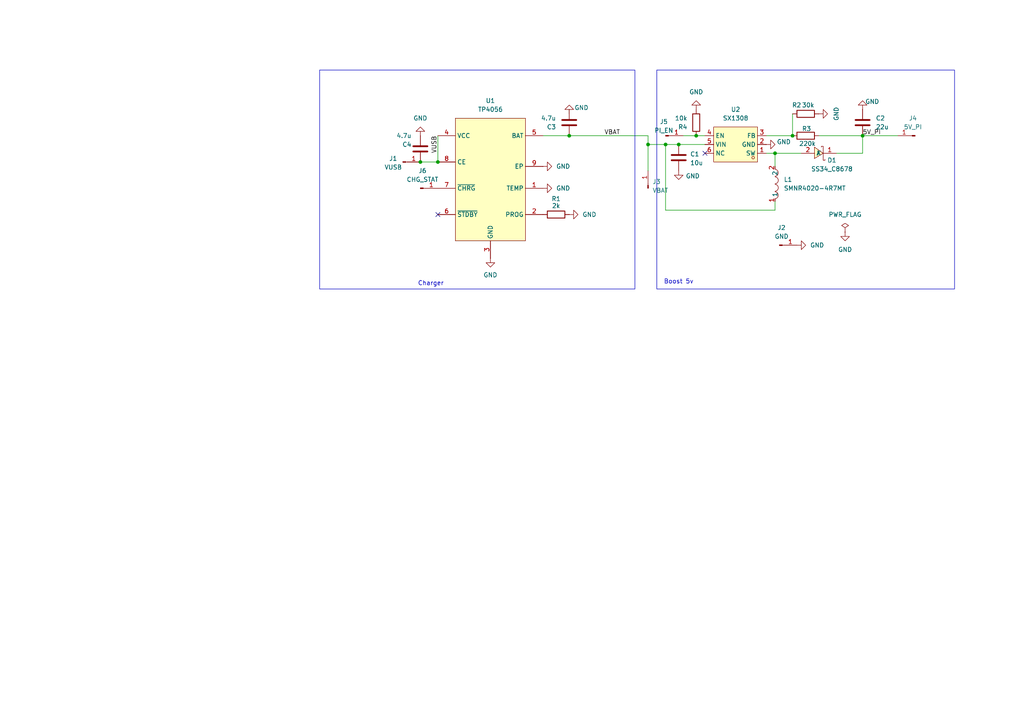
<source format=kicad_sch>
(kicad_sch (version 20250114) (generator "eeschema") (generator_version "9.0")
  (paper "A4")
  (title_block (title "NumWorks-pi-adapter") (company "MARTIN"))
  (lib_symbols
    (symbol "Library_nwpi:C" (pin_numbers (hide yes)) (pin_names (offset 0.254))
      (property "Reference" "C" (at 0.635 2.54 0))
      (property "Value" "C" (at 0.635 -2.54 0))
      (symbol "C_0_1"
        (polyline (pts (xy -2.032 0.762) (xy 2.032 0.762)) (stroke (width 0.508)))
        (polyline (pts (xy -2.032 -0.762) (xy 2.032 -0.762)) (stroke (width 0.508)))
      )
      (symbol "C_1_1"
        (pin passive line (at 0 3.81 270) (length 2.794) (name "~") (number "1"))
        (pin passive line (at 0 -3.81 90) (length 2.794) (name "~") (number "2"))
      )
    )
    (symbol "Library_nwpi:Conn_01x01_Pin" (pin_names (offset 1.016) (hide yes))
      (property "Reference" "J" (at 0 2.54 0))
      (property "Value" "Conn_01x01_Pin" (at 0 -2.54 0))
      (symbol "Conn_01x01_Pin_1_1"
        (rectangle (start 0.8636 0.127) (end 0 -0.127) (stroke (width 0.1524)) (fill (type outline)))
        (polyline (pts (xy 1.27 0) (xy 0.8636 0)) (stroke (width 0.1524)))
        (pin passive line (at 5.08 0 180) (length 3.81) (name "Pin_1") (number "1"))
      )
    )
    (symbol "Library_nwpi:GND" (power) (pin_numbers (hide yes)) (pin_names (offset 0) (hide yes))
      (property "Value" "GND" (at 0 -3.81 0))
      (symbol "GND_0_1"
        (polyline (pts (xy 0 0) (xy 0 -1.27) (xy 1.27 -1.27) (xy 0 -2.54) (xy -1.27 -1.27) (xy 0 -1.27)))
      )
      (symbol "GND_1_1"
        (pin power_in line (at 0 0 270) (length 0) (name "~") (number "1"))
      )
    )
    (symbol "Library_nwpi:PWR_FLAG" (power) (pin_numbers (hide yes)) (pin_names (offset 0) (hide yes))
      (property "Value" "PWR_FLAG" (at 0 3.81 0))
      (symbol "PWR_FLAG_0_0"
        (pin power_out line (at 0 0 90) (length 0) (name "~") (number "1"))
      )
      (symbol "PWR_FLAG_0_1"
        (polyline (pts (xy 0 0) (xy 0 1.27) (xy -1.016 1.905) (xy 0 2.54) (xy 1.016 1.905) (xy 0 1.27)))
      )
    )
    (symbol "Library_nwpi:R" (pin_numbers (hide yes)) (pin_names (offset 0))
      (property "Reference" "R" (at 2.032 0 90))
      (property "Value" "R" (at 0 0 90))
      (symbol "R_0_1"
        (rectangle (start -1.016 -2.54) (end 1.016 2.54) (stroke (width 0.254)))
      )
      (symbol "R_1_1"
        (pin passive line (at 0 3.81 270) (length 1.27) (name "~") (number "1"))
        (pin passive line (at 0 -3.81 90) (length 1.27) (name "~") (number "2"))
      )
    )
    (symbol "Library_nwpi:SMNR4020-4R7MT"
      (property "Reference" "L" (at 0 5.08 0))
      (property "Value" "SMNR4020-4R7MT" (at 0 -5.08 0))
      (symbol "SMNR4020-4R7MT_0_1"
        (arc (start -2.27 -0.02) (mid -3.28 -0.9427) (end -4.29 -0.02))
        (arc (start -0.11 -0.02) (mid -1.12 -0.9471) (end -2.13 -0.02))
        (arc (start 2.04 -0.02) (mid 1.03 -0.9471) (end 0.02 -0.02))
        (arc (start 4.23 -0.02) (mid 3.22 -0.9471) (end 2.21 -0.02))
        (pin unspecified line (at -5.08 0 0) (length 0.762) (name "1") (number "1"))
        (pin unspecified line (at 5.08 0 180) (length 0.762) (name "2") (number "2"))
      )
    )
    (symbol "Library_nwpi:SS34_C8678"
      (property "Reference" "D" (at 0 5.08 0))
      (property "Value" "SS34_C8678" (at 0 -5.08 0))
      (symbol "SS34_C8678_0_1"
        (polyline (pts (xy -1.27 0) (xy -1.27 2.03) (xy -1.78 2.03) (xy -1.78 1.78)))
        (polyline (pts (xy -1.27 0) (xy -1.27 -2.03) (xy -0.76 -2.03) (xy -0.76 -1.78)))
        (polyline (pts (xy 1.27 1.52) (xy -1.27 0) (xy 1.27 -1.78) (xy 1.27 1.52)) (fill (type background)))
        (pin unspecified line (at -5.08 0 0) (length 3.81) (name "K") (number "1"))
        (pin unspecified line (at 5.08 0 180) (length 3.81) (name "A") (number "2"))
      )
    )
    (symbol "Library_nwpi:SX1308"
      (property "Reference" "U" (at 0 7.62 0))
      (property "Value" "SX1308" (at 0 -7.62 0))
      (symbol "SX1308_0_1"
        (rectangle (start -6.35 5.08) (end 6.35 -5.08) (fill (type background)))
        (circle (center -5.08 3.81) (radius 0.38))
        (pin unspecified line (at -8.89 2.54 0) (length 2.54) (name "SW") (number "1"))
        (pin unspecified line (at -8.89 0 0) (length 2.54) (name "GND") (number "2"))
        (pin unspecified line (at -8.89 -2.54 0) (length 2.54) (name "FB") (number "3"))
        (pin unspecified line (at 8.89 2.54 180) (length 2.54) (name "NC") (number "6"))
        (pin unspecified line (at 8.89 0 180) (length 2.54) (name "VIN") (number "5"))
        (pin unspecified line (at 8.89 -2.54 180) (length 2.54) (name "EN") (number "4"))
      )
    )
    (symbol "Library_nwpi:TP4056"
      (property "Reference" "U" (at 0 20.32 0))
      (property "Value" "TP4056" (at 0 -25.4 0))
      (symbol "TP4056_0_1"
        (rectangle (start -10.16 20.32) (end 10.16 -15.24) (fill (type background)))
        (pin unspecified line (at -15.24 15.24 0) (length 5.08) (name "VCC") (number "4"))
        (pin unspecified line (at -15.24 7.62 0) (length 5.08) (name "CE") (number "8"))
        (pin unspecified line (at -15.24 0 0) (length 5.08) (name "~{CHRG}") (number "7"))
        (pin unspecified line (at -15.24 -7.62 0) (length 5.08) (name "~{STDBY}") (number "6"))
        (pin unspecified line (at 0 -20.32 90) (length 5.08) (name "GND") (number "3"))
        (pin unspecified line (at 15.24 15.24 180) (length 5.08) (name "BAT") (number "5"))
        (pin unspecified line (at 15.24 6.35 180) (length 5.08) (name "EP") (number "9"))
        (pin unspecified line (at 15.24 0 180) (length 5.08) (name "TEMP") (number "1"))
        (pin unspecified line (at 15.24 -7.62 180) (length 5.08) (name "PROG") (number "2"))
      )
    )
  )
  (rectangle (start 92.71 20.32) (end 184.15 83.82))
  (rectangle (start 190.5 20.32) (end 276.86 83.82))
  (text "Charger" (at 124.968 82.296 0) (effects (font (size 1.27 1.27))))
  (text "Boost 5v" (at 196.85 81.788 0) (effects (font (size 1.27 1.27))))
  (junction (at 187.96 41.91))
  (junction (at 121.92 46.99))
  (junction (at 196.85 41.91))
  (junction (at 224.79 44.45))
  (junction (at 201.93 39.37))
  (junction (at 250.19 39.37))
  (junction (at 229.87 39.37))
  (junction (at 165.1 39.37))
  (junction (at 127 46.99))
  (junction (at 193.04 41.91))
  (no_connect (at 204.47 44.45))
  (no_connect (at 127 62.23))
  (wire (pts (xy 196.85 41.91) (xy 204.47 41.91)))
  (wire (pts (xy 157.48 39.37) (xy 165.1 39.37)))
  (wire (pts (xy 224.79 44.45) (xy 224.79 48.26)))
  (wire (pts (xy 165.1 31.75) (xy 165.1 33.02)))
  (wire (pts (xy 193.04 60.96) (xy 224.79 60.96)))
  (wire (pts (xy 224.79 58.42) (xy 224.79 60.96)))
  (wire (pts (xy 121.92 46.99) (xy 127 46.99)))
  (wire (pts (xy 250.19 44.45) (xy 250.19 39.37)))
  (wire (pts (xy 201.93 39.37) (xy 204.47 39.37)))
  (wire (pts (xy 165.1 39.37) (xy 187.96 39.37)))
  (wire (pts (xy 187.96 41.91) (xy 193.04 41.91)))
  (wire (pts (xy 193.04 41.91) (xy 193.04 60.96)))
  (wire (pts (xy 224.79 44.45) (xy 232.41 44.45)))
  (wire (pts (xy 193.04 41.91) (xy 196.85 41.91)))
  (wire (pts (xy 242.57 44.45) (xy 250.19 44.45)))
  (wire (pts (xy 229.87 33.02) (xy 229.87 39.37)))
  (wire (pts (xy 250.19 39.37) (xy 260.35 39.37)))
  (wire (pts (xy 187.96 39.37) (xy 187.96 41.91)))
  (wire (pts (xy 198.12 39.37) (xy 201.93 39.37)))
  (wire (pts (xy 237.49 39.37) (xy 250.19 39.37)))
  (wire (pts (xy 127 39.37) (xy 127 46.99)))
  (wire (pts (xy 187.96 49.53) (xy 187.96 41.91)))
  (wire (pts (xy 222.25 39.37) (xy 229.87 39.37)))
  (wire (pts (xy 222.25 44.45) (xy 224.79 44.45)))
  (label "5V_PI" (at 250.19 39.37 0))
  (label "VUSB" (at 127 44.45 90))
  (label "VBAT" (at 175.26 39.37 0))
  (symbol (lib_id "Library_nwpi:GND") (at 165.1 33.02 180) (unit 1)
    (property "Reference" "#PWR011" (effects (hide yes)))
    (property "Value" "GND" (at 168.656 31.242 0))
    (property "Description" "Power symbol creates a global label with name \"GND\" , ground" (effects (hide yes)))
  )
  (symbol (lib_id "Library_nwpi:GND") (at 250.19 31.75 180) (unit 1)
    (property "Reference" "#PWR08" (effects (hide yes)))
    (property "Value" "GND" (at 252.984 29.464 0))
    (property "Description" "Power symbol creates a global label with name \"GND\" , ground" (effects (hide yes)))
  )
  (symbol (lib_id "Library_nwpi:GND") (at 237.49 33.02 90) (unit 1)
    (property "Reference" "#PWR014" (effects (hide yes)))
    (property "Value" "GND" (at 242.57 33.02 0))
    (property "Description" "Power symbol creates a global label with name \"GND\" , ground" (effects (hide yes)))
  )
  (symbol (lib_id "Library_nwpi:SS34_C8678") (at 237.49 44.45 180) (unit 1)
    (property "Reference" "D1" (at 241.3 46.482 0))
    (property "Value" "SS34_C8678" (at 241.3 49.022 0))
    (property "Footprint" "nwpi:SMA_L4.3-W2.6-LS5.2-RD" (effects (hide yes)))
    (property "Datasheet" "https://lcsc.com/product-detail/Schottky-Barrier-Diodes-SBD_SS34_C8678.html" (effects (hide yes)))
    (property "LCSC Part" "C8678" (effects (hide yes)))
  )
  (symbol (lib_id "Library_nwpi:R") (at 161.29 62.23 90) (unit 1)
    (property "Reference" "R1" (at 161.29 57.658 90))
    (property "Value" "2k" (at 161.29 59.69 90))
    (property "Footprint" "Resistor_SMD:R_0402_1005Metric" (effects (hide yes)))
    (property "Description" "Resistor" (effects (hide yes)))
  )
  (symbol (lib_id "Library_nwpi:GND") (at 157.48 48.26 90) (unit 1)
    (property "Reference" "#PWR01" (effects (hide yes)))
    (property "Value" "GND" (at 161.29 48.2599 90) (effects (justify right)))
    (property "Description" "Power symbol creates a global label with name \"GND\" , ground" (effects (hide yes)))
  )
  (symbol (lib_id "Library_nwpi:GND") (at 196.85 49.53 0) (unit 1)
    (property "Reference" "#PWR05" (effects (hide yes)))
    (property "Value" "GND" (at 198.882 51.054 0) (effects (justify left)))
    (property "Description" "Power symbol creates a global label with name \"GND\" , ground" (effects (hide yes)))
  )
  (symbol (lib_id "Library_nwpi:R") (at 233.68 39.37 270) (unit 1)
    (property "Reference" "R3" (at 233.934 37.338 90))
    (property "Value" "220k" (at 234.188 41.656 90))
    (property "Footprint" "Resistor_SMD:R_0603_1608Metric" (effects (hide yes)))
    (property "Description" "Resistor" (effects (hide yes)))
  )
  (symbol (lib_id "Library_nwpi:GND") (at 165.1 62.23 90) (unit 1)
    (property "Reference" "#PWR03" (effects (hide yes)))
    (property "Value" "GND" (at 168.91 62.2299 90) (effects (justify right)))
    (property "Description" "Power symbol creates a global label with name \"GND\" , ground" (effects (hide yes)))
  )
  (symbol (lib_id "Library_nwpi:SX1308") (at 213.36 41.91 180) (unit 1)
    (property "Reference" "U2" (at 213.36 31.75 0))
    (property "Value" "SX1308" (at 213.36 34.29 0))
    (property "Footprint" "nwpi:SOT-23-6_L2.9-W1.6-P0.95-LS2.8-BL" (effects (hide yes)))
    (property "Datasheet" "https://lcsc.com/product-detail/DC-DC-Converters_SX1308_C78162.html" (effects (hide yes)))
    (property "LCSC Part" "C78162" (effects (hide yes)))
  )
  (symbol (lib_id "Library_nwpi:SMNR4020-4R7MT") (at 224.79 53.34 90) (unit 1)
    (property "Reference" "L1" (at 227.33 52.0699 90) (effects (justify right)))
    (property "Value" "SMNR4020-4R7MT" (at 227.33 54.6099 90) (effects (justify right)))
    (property "Footprint" "easyeda2kicad:IND-SMD_L4.0-W4.0_SMNR4020" (effects (hide yes)))
    (property "Datasheet" "https://lcsc.com/product-detail/Power-Inductors_SXN-Shun-Xiang-Nuo-Elec-SMNR4020-4R7MT_C467061.html" (effects (hide yes)))
    (property "LCSC Part" "C467061" (effects (hide yes)))
  )
  (symbol (lib_id "Library_nwpi:Conn_01x01_Pin") (at 193.04 39.37 0) (unit 1)
    (property "Reference" "J5" (at 192.532 35.306 0))
    (property "Value" "PI_EN" (at 192.532 37.846 0))
    (property "Footprint" "nwpi:WiredPad_3x2mm" (effects (hide yes)))
    (property "Description" "Generic connector, single row, 01x01, script generated" (effects (hide yes)))
  )
  (symbol (lib_id "Library_nwpi:R") (at 233.68 33.02 90) (unit 1)
    (property "Reference" "R2" (at 232.4099 30.48 90) (effects (justify left)))
    (property "Value" "30k" (at 236.22 30.48 90) (effects (justify left)))
    (property "Footprint" "Resistor_SMD:R_0603_1608Metric" (effects (hide yes)))
    (property "Description" "Resistor" (effects (hide yes)))
  )
  (symbol (lib_id "Library_nwpi:GND") (at 245.11 67.31 0) (unit 1)
    (property "Reference" "#PWR013" (effects (hide yes)))
    (property "Value" "GND" (at 245.11 72.39 0))
    (property "Description" "Power symbol creates a global label with name \"GND\" , ground" (effects (hide yes)))
  )
  (symbol (lib_id "Library_nwpi:R") (at 201.93 35.56 180) (unit 1)
    (property "Reference" "R4" (at 199.39 36.8301 0) (effects (justify left)))
    (property "Value" "10k" (at 199.39 34.2901 0) (effects (justify left)))
    (property "Footprint" "Resistor_SMD:R_0402_1005Metric" (effects (hide yes)))
    (property "Description" "Resistor" (effects (hide yes)))
  )
  (symbol (lib_id "Library_nwpi:GND") (at 201.93 31.75 180) (unit 1)
    (property "Reference" "#PWR012" (effects (hide yes)))
    (property "Value" "GND" (at 201.93 26.67 0))
    (property "Description" "Power symbol creates a global label with name \"GND\" , ground" (effects (hide yes)))
  )
  (symbol (lib_id "Library_nwpi:C") (at 121.92 43.18 180) (unit 1)
    (property "Reference" "C4" (at 119.38 41.91 0) (effects (justify left)))
    (property "Value" "4.7u" (at 119.38 39.37 0) (effects (justify left)))
    (property "Footprint" "Capacitor_SMD:C_0603_1608Metric" (effects (hide yes)))
    (property "Description" "Unpolarized capacitor" (effects (hide yes)))
  )
  (symbol (lib_id "Library_nwpi:Conn_01x01_Pin") (at 121.92 54.61 0) (unit 1)
    (property "Reference" "J6" (at 122.555 49.53 0))
    (property "Value" "CHG_STAT" (at 122.555 52.07 0))
    (property "Footprint" "nwpi:WiredPad_3x2mm" (effects (hide yes)))
    (property "Description" "Generic connector, single row, 01x01, script generated" (effects (hide yes)))
  )
  (symbol (lib_id "Library_nwpi:GND") (at 121.92 39.37 180) (unit 1)
    (property "Reference" "#PWR010" (effects (hide yes)))
    (property "Value" "GND" (at 121.92 34.29 0))
    (property "Description" "Power symbol creates a global label with name \"GND\" , ground" (effects (hide yes)))
  )
  (symbol (lib_id "Library_nwpi:Conn_01x01_Pin") (at 265.43 39.37 180) (unit 1)
    (property "Reference" "J4" (at 264.795 34.29 0))
    (property "Value" "5V_PI" (at 264.795 36.83 0))
    (property "Footprint" "nwpi:WiredPad_3x2mm" (effects (hide yes)))
    (property "Description" "Generic connector, single row, 01x01, script generated" (effects (hide yes)))
  )
  (symbol (lib_id "Library_nwpi:PWR_FLAG") (at 245.11 67.31 0) (unit 1)
    (property "Reference" "#FLG03" (effects (hide yes)))
    (property "Value" "PWR_FLAG" (at 245.11 62.23 0))
    (property "Description" "Special symbol for telling ERC where power comes from" (effects (hide yes)))
  )
  (symbol (lib_id "Library_nwpi:C") (at 250.19 35.56 180) (unit 1)
    (property "Reference" "C2" (at 254 34.2899 0) (effects (justify right)))
    (property "Value" "22u" (at 254 36.8299 0) (effects (justify right)))
    (property "Footprint" "Capacitor_SMD:C_0805_2012Metric" (effects (hide yes)))
    (property "Description" "Unpolarized capacitor" (effects (hide yes)))
  )
  (symbol (lib_id "Library_nwpi:GND") (at 222.25 41.91 90) (unit 1)
    (property "Reference" "#PWR06" (effects (hide yes)))
    (property "Value" "GND" (at 225.298 41.148 90) (effects (justify right)))
    (property "Description" "Power symbol creates a global label with name \"GND\" , ground" (effects (hide yes)))
  )
  (symbol (lib_id "Library_nwpi:GND") (at 231.14 71.12 90) (unit 1)
    (property "Reference" "#PWR09" (effects (hide yes)))
    (property "Value" "GND" (at 234.95 71.1199 90) (effects (justify right)))
    (property "Description" "Power symbol creates a global label with name \"GND\" , ground" (effects (hide yes)))
  )
  (symbol (lib_id "Library_nwpi:GND") (at 157.48 54.61 90) (unit 1)
    (property "Reference" "#PWR04" (effects (hide yes)))
    (property "Value" "GND" (at 161.29 54.6099 90) (effects (justify right)))
    (property "Description" "Power symbol creates a global label with name \"GND\" , ground" (effects (hide yes)))
  )
  (symbol (lib_id "Library_nwpi:C") (at 196.85 45.72 0) (unit 1)
    (property "Reference" "C1" (at 200.152 44.704 0) (effects (justify left)))
    (property "Value" "10u" (at 200.152 47.244 0) (effects (justify left)))
    (property "Footprint" "Capacitor_SMD:C_0603_1608Metric" (effects (hide yes)))
    (property "Description" "Unpolarized capacitor" (effects (hide yes)))
  )
  (symbol (lib_id "Library_nwpi:C") (at 165.1 35.56 180) (unit 1)
    (property "Reference" "C3" (at 161.29 36.8301 0) (effects (justify left)))
    (property "Value" "4.7u" (at 161.29 34.2901 0) (effects (justify left)))
    (property "Footprint" "Capacitor_SMD:C_0603_1608Metric" (effects (hide yes)))
    (property "Description" "Unpolarized capacitor" (effects (hide yes)))
  )
  (symbol (lib_id "Library_nwpi:TP4056") (at 142.24 54.61 0) (unit 1)
    (property "Reference" "U1" (at 142.24 29.21 0))
    (property "Value" "TP4056" (at 142.24 31.75 0))
    (property "Footprint" "nwpi:ESOP-8_L4.9-W3.9-P1.27-LS6.0-BL-EP" (effects (hide yes)))
    (property "Datasheet" "https://lcsc.com/product-detail/PMIC-Battery-Management_TP4056_C16581.html" (effects (hide yes)))
    (property "LCSC Part" "C16581" (effects (hide yes)))
  )
  (symbol (lib_id "Library_nwpi:Conn_01x01_Pin") (at 116.84 46.99 0) (unit 1)
    (property "Reference" "J1" (at 114.046 45.974 0))
    (property "Value" "VUSB" (at 114.046 48.514 0))
    (property "Footprint" "nwpi:WiredPad_3x2mm" (effects (hide yes)))
    (property "Description" "Generic connector, single row, 01x01, script generated" (effects (hide yes)))
  )
  (symbol (lib_id "Library_nwpi:Conn_01x01_Pin") (at 187.96 54.61 90) (unit 1)
    (property "Reference" "J3" (at 189.23 52.7049 90) (effects (justify right)))
    (property "Value" "VBAT" (at 189.23 55.2449 90) (effects (justify right)))
    (property "Footprint" "nwpi:WiredPad_3x2mm" (effects (hide yes)))
    (property "Description" "Generic connector, single row, 01x01, script generated" (effects (hide yes)))
  )
  (symbol (lib_id "Library_nwpi:Conn_01x01_Pin") (at 226.06 71.12 0) (unit 1)
    (property "Reference" "J2" (at 226.695 66.04 0))
    (property "Value" "GND" (at 226.695 68.58 0))
    (property "Footprint" "nwpi:WiredPad_3x2mm" (effects (hide yes)))
    (property "Description" "Generic connector, single row, 01x01, script generated" (effects (hide yes)))
  )
  (symbol (lib_id "Library_nwpi:GND") (at 142.24 74.93 0) (unit 1)
    (property "Reference" "#PWR02" (effects (hide yes)))
    (property "Value" "GND" (at 142.24 79.756 0))
    (property "Description" "Power symbol creates a global label with name \"GND\" , ground" (effects (hide yes)))
  )
)
</source>
